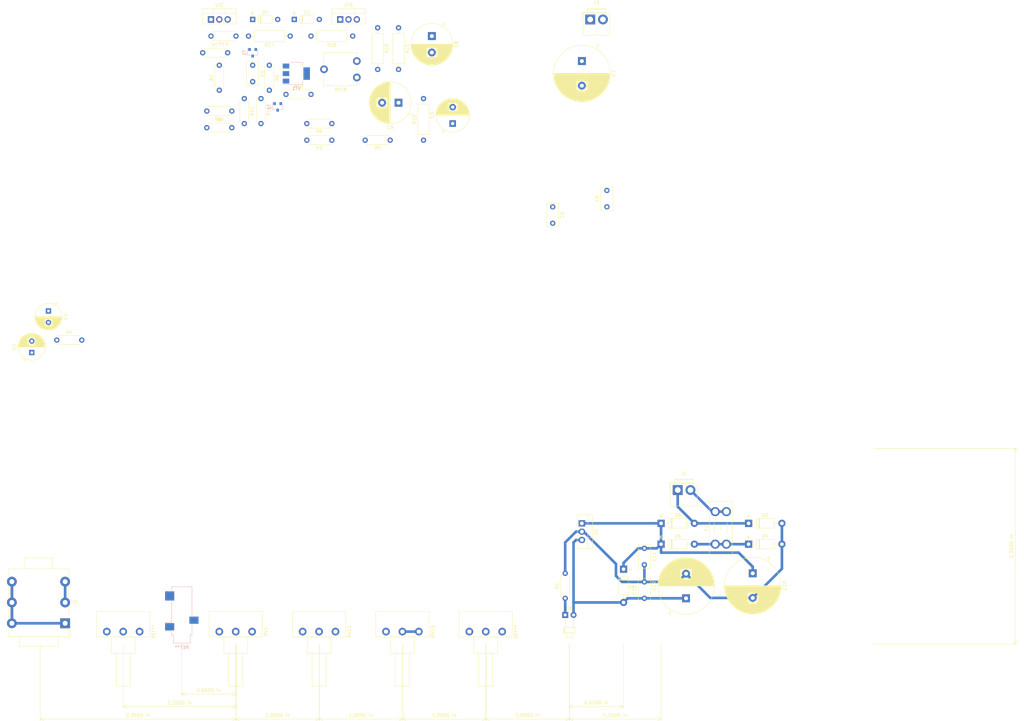
<source format=kicad_pcb>
(kicad_pcb (version 20171130) (host pcbnew 5.1.5+dfsg1-2build2)
  (layers (0 F.Cu signal) (31 B.Cu signal) (34 B.Paste user) (35 F.Paste user) (36 B.SilkS user) (37 F.SilkS user) (38 B.Mask user) (39 F.Mask user) (44 Edge.Cuts user))
  (net 0 "")
  (net 1 "Net-(C1-Pad2)")
  (net 2 "Net-(C1-Pad1)")
  (net 3 GND)
  (net 4 "Net-(C2-Pad1)")
  (net 5 "Net-(C3-Pad1)")
  (net 6 "Net-(C4-Pad1)")
  (net 7 "Net-(C5-Pad2)")
  (net 8 "Net-(C5-Pad1)")
  (net 9 "Net-(C6-Pad2)")
  (net 10 "Net-(C6-Pad1)")
  (net 11 "Net-(C7-Pad2)")
  (net 12 "Net-(C8-Pad1)")
  (net 13 "Net-(C9-Pad1)")
  (net 14 "Net-(C10-Pad1)")
  (net 15 18v)
  (net 16 "Net-(D1-Pad2)")
  (net 17 "Net-(D1-Pad1)")
  (net 18 "Net-(D2-Pad2)")
  (net 19 "Net-(D3-Pad1)")
  (net 20 "Net-(D4-Pad1)")
  (net 21 "Net-(J2-PadR1)")
  (net 22 "Net-(R6-Pad2)")
  (net 23 "Net-(R7-Pad2)")
  (net 24 "Net-(R8-Pad2)")
  (net 25 "Net-(R9-Pad1)")
  (net 26 "Net-(R10-Pad1)")
  (net 27 "Net-(R13-Pad1)")
  (net 28 "Net-(R16-Pad1)")
  (net 29 "Net-(R17-Pad2)")
  (net 30 "Net-(F1-Pad2)")
  (net 31 "Net-(D8-Pad1)")
  (net 32 "Net-(T1-Pad1)")
  (net 33 "Net-(T2-Pad1)")
  (module Capacitor_THT:CP_Radial_D17.0mm_P7.50mm (layer F.Cu) (at 374.65 138.43 90)
    (fp_text reference C12 (at 3.75 -9.75 90) (layer F.SilkS))
    (fp_text value 2200u)
    (pad 2 thru_hole circle (at 7.5 0 90) (size 2.4 2.4) (drill 1.2) (layers *.Cu *.Mask) (net 3 GND))
    (pad 1 thru_hole rect (at 0 0 90) (size 2.4 2.4) (drill 1.2) (layers *.Cu *.Mask) (net 15 18v))
  )
  (module Package_TO_SOT_THT:TO-220-3_Vertical (layer F.Cu) (at 342.9 115.57 270)
    (fp_text reference U1 (at 2.54 -4.27 90) (layer F.SilkS))
    (fp_text value L7818)
    (pad 3 thru_hole oval (at 5.08 0 270) (size 1.905 2) (drill 1.1) (layers *.Cu *.Mask) (net 15 18v))
    (pad 2 thru_hole oval (at 2.54 0 270) (size 1.905 2) (drill 1.1) (layers *.Cu *.Mask) (net 3 GND))
    (pad 1 thru_hole rect (at 0 0 270) (size 1.905 2) (drill 1.1) (layers *.Cu *.Mask) (net 14 "Net-(C10-Pad1)"))
  )
  (module Connector_Audio:Jack_3.5mm_CUI_SJ-3523-SMT_Horizontal (layer B.Cu) (at 220.98 143.51)
    (fp_text reference REF** (at 0 9.9) (layer B.SilkS) (effects (justify mirror)))
    (fp_text value Jack_3.5mm_CUI_SJ-3523-SMT_Horizontal)
    (pad "" np_thru_hole circle (at 0 -4.5) (size 1.7 1.7) (drill 1.7) (layers *.Cu *.Mask))
    (pad "" np_thru_hole circle (at 0 2.5) (size 1.7 1.7) (drill 1.7) (layers *.Cu *.Mask))
    (pad T smd rect (at -3.7 -5.8) (size 2.8 2.8) (layers B.Cu B.Paste B.Mask))
    (pad S smd rect (at -3.7 3.6) (size 2.8 2.2) (layers B.Cu B.Paste B.Mask))
    (pad R smd rect (at 3.7 1.6) (size 2.8 2.2) (layers B.Cu B.Paste B.Mask))
  )
  (module Potentiometer_THT:Potentiometer_Piher_T-16H_Single_Horizontal (layer F.Cu) (at 308.61 148.59 270)
    (fp_text reference REF** (at 0 -14.25 90) (layer F.SilkS))
    (fp_text value Potentiometer_Piher_T-16H_Single_Horizontal)
    (pad 3 thru_hole circle (at 0 -10 270) (size 2.34 2.34) (drill 1.3) (layers *.Cu *.Mask))
    (pad 2 thru_hole circle (at 0 -5 270) (size 2.34 2.34) (drill 1.3) (layers *.Cu *.Mask))
    (pad 1 thru_hole circle (at 0 0 270) (size 2.34 2.34) (drill 1.3) (layers *.Cu *.Mask))
  )
  (module Potentiometer_THT:Potentiometer_Piher_T-16H_Single_Horizontal (layer F.Cu) (at 198.12 148.59 270)
    (fp_text reference REF** (at 0 -14.25 90) (layer F.SilkS))
    (fp_text value Potentiometer_Piher_T-16H_Single_Horizontal)
    (pad 1 thru_hole circle (at 0 0 270) (size 2.34 2.34) (drill 1.3) (layers *.Cu *.Mask))
    (pad 2 thru_hole circle (at 0 -5 270) (size 2.34 2.34) (drill 1.3) (layers *.Cu *.Mask))
    (pad 3 thru_hole circle (at 0 -10 270) (size 2.34 2.34) (drill 1.3) (layers *.Cu *.Mask))
  )
  (module Resistor_THT:R_Axial_DIN0207_L6.3mm_D2.5mm_P7.62mm_Horizontal (layer F.Cu) (at 337.82 138.43 90)
    (fp_text reference R1 (at 3.81 -2.37 90) (layer F.SilkS))
    (fp_text value 800r)
    (pad 2 thru_hole oval (at 7.62 0 90) (size 1.6 1.6) (drill 0.8) (layers *.Cu *.Mask) (net 3 GND))
    (pad 1 thru_hole circle (at 0 0 90) (size 1.6 1.6) (drill 0.8) (layers *.Cu *.Mask) (net 31 "Net-(D8-Pad1)"))
  )
  (module LED_THT:LED_D1.8mm_W1.8mm_H2.4mm_Horizontal_O3.81mm_Z1.6mm (layer F.Cu) (at 337.82 143.51)
    (fp_text reference D8 (at 1.27 -1.96) (layer F.SilkS))
    (fp_text value LED)
    (pad 2 thru_hole circle (at 2.54 0) (size 1.8 1.8) (drill 0.9) (layers *.Cu *.Mask) (net 15 18v))
    (pad 1 thru_hole rect (at 0 0) (size 1.8 1.8) (drill 0.9) (layers *.Cu *.Mask) (net 31 "Net-(D8-Pad1)"))
  )
  (module Fuse:Fuseholder_Blade_Mini_Keystone_3568 (layer F.Cu) (at 383.54 121.92 90)
    (fp_text reference F1 (at 4.96 -2.67 90) (layer F.SilkS))
    (fp_text value Fuse)
    (pad 2 thru_hole circle (at 9.92 3.4 90) (size 2.78 2.78) (drill 1.78) (layers *.Cu *.Mask) (net 30 "Net-(F1-Pad2)"))
    (pad 2 thru_hole circle (at 9.92 0 90) (size 2.78 2.78) (drill 1.78) (layers *.Cu *.Mask) (net 30 "Net-(F1-Pad2)"))
    (pad 1 thru_hole circle (at 0 3.4 90) (size 2.78 2.78) (drill 1.78) (layers *.Cu *.Mask) (net 20 "Net-(D4-Pad1)"))
    (pad 1 thru_hole circle (at 0 0 90) (size 2.78 2.78) (drill 1.78) (layers *.Cu *.Mask) (net 20 "Net-(D4-Pad1)"))
  )
  (module Potentiometer_THT:Potentiometer_ACP_CA9-V10_Vertical (layer F.Cu) (at 274.32 -25.4 180)
    (fp_text reference RV18 (at 5 -8.65) (layer F.SilkS))
    (fp_text value 500r)
    (pad 1 thru_hole circle (at 0 0 180) (size 2.34 2.34) (drill 1.3) (layers *.Cu *.Mask) (net 18 "Net-(D2-Pad2)"))
    (pad 2 thru_hole circle (at 10 -2.5 180) (size 2.34 2.34) (drill 1.3) (layers *.Cu *.Mask) (net 18 "Net-(D2-Pad2)"))
    (pad 3 thru_hole circle (at 0 -5 180) (size 2.34 2.34) (drill 1.3) (layers *.Cu *.Mask) (net 17 "Net-(D1-Pad1)"))
  )
  (module Capacitor_THT:CP_Radial_D8.0mm_P3.50mm (layer F.Cu) (at 175.26 63.5 90)
    (fp_text reference C2 (at 1.75 -5.25 90) (layer F.SilkS))
    (fp_text value 47u)
    (pad 2 thru_hole circle (at 3.5 0 90) (size 1.6 1.6) (drill 0.8) (layers *.Cu *.Mask) (net 3 GND))
    (pad 1 thru_hole rect (at 0 0 90) (size 1.6 1.6) (drill 0.8) (layers *.Cu *.Mask) (net 4 "Net-(C2-Pad1)"))
  )
  (module Capacitor_THT:CP_Radial_D17.0mm_P7.50mm (layer F.Cu) (at 394.97 130.81 270)
    (fp_text reference C10 (at 3.75 -9.75 90) (layer F.SilkS))
    (fp_text value 2200u)
    (pad 2 thru_hole circle (at 7.5 0 270) (size 2.4 2.4) (drill 1.2) (layers *.Cu *.Mask) (net 3 GND))
    (pad 1 thru_hole rect (at 0 0 270) (size 2.4 2.4) (drill 1.2) (layers *.Cu *.Mask) (net 14 "Net-(C10-Pad1)"))
  )
  (module Package_TO_SOT_THT:TO-220-3_Vertical (layer F.Cu) (at 269.24 -38.1)
    (fp_text reference VT3 (at 2.54 -4.27) (layer F.SilkS))
    (fp_text value TIP31C)
    (pad 3 thru_hole oval (at 5.08 0) (size 1.905 2) (drill 1.1) (layers *.Cu *.Mask) (net 28 "Net-(R16-Pad1)"))
    (pad 2 thru_hole oval (at 2.54 0) (size 1.905 2) (drill 1.1) (layers *.Cu *.Mask) (net 15 18v))
    (pad 1 thru_hole rect (at 0 0) (size 1.905 2) (drill 1.1) (layers *.Cu *.Mask) (net 18 "Net-(D2-Pad2)"))
  )
  (module Package_TO_SOT_THT:TO-220-3_Vertical (layer F.Cu) (at 229.87 -38.1)
    (fp_text reference VT2 (at 2.54 -4.27) (layer F.SilkS))
    (fp_text value TIP32C)
    (pad 3 thru_hole oval (at 5.08 0) (size 1.905 2) (drill 1.1) (layers *.Cu *.Mask) (net 29 "Net-(R17-Pad2)"))
    (pad 2 thru_hole oval (at 2.54 0) (size 1.905 2) (drill 1.1) (layers *.Cu *.Mask) (net 3 GND))
    (pad 1 thru_hole rect (at 0 0) (size 1.905 2) (drill 1.1) (layers *.Cu *.Mask) (net 17 "Net-(D1-Pad1)"))
  )
  (module Package_TO_SOT_SMD:SOT-223 (layer B.Cu) (at 255.88 -21.59)
    (fp_text reference VT1 (at 0 4.5) (layer B.SilkS) (effects (justify mirror)))
    (fp_text value BCP56)
    (pad 1 smd rect (at -3.15 2.3) (size 2 1.5) (layers B.Cu B.Paste B.Mask) (net 25 "Net-(R9-Pad1)"))
    (pad 3 smd rect (at -3.15 -2.3) (size 2 1.5) (layers B.Cu B.Paste B.Mask) (net 27 "Net-(R13-Pad1)"))
    (pad 2 smd rect (at -3.15 0) (size 2 1.5) (layers B.Cu B.Paste B.Mask) (net 17 "Net-(D1-Pad1)"))
    (pad 4 smd rect (at 3.15 0) (size 2 3.8) (layers B.Cu B.Paste B.Mask) (net 17 "Net-(D1-Pad1)"))
  )
  (module Package_TO_SOT_SMD:SOT-23 (layer B.Cu) (at 250.19 -11.43 270)
    (fp_text reference T2 (at 0 2.5 270) (layer B.SilkS) (effects (justify mirror)))
    (fp_text value J177)
    (pad 3 smd rect (at 1 0 270) (size 0.9 0.8) (layers B.Cu B.Paste B.Mask) (net 26 "Net-(R10-Pad1)"))
    (pad 2 smd rect (at -1 -0.95 270) (size 0.9 0.8) (layers B.Cu B.Paste B.Mask) (net 3 GND))
    (pad 1 smd rect (at -1 0.95 270) (size 0.9 0.8) (layers B.Cu B.Paste B.Mask) (net 33 "Net-(T2-Pad1)"))
  )
  (module Package_TO_SOT_SMD:SOT-23 (layer B.Cu) (at 242.57 -27.94 270)
    (fp_text reference T1 (at 0 2.5 270) (layer B.SilkS) (effects (justify mirror)))
    (fp_text value J177)
    (pad 3 smd rect (at 1 0 270) (size 0.9 0.8) (layers B.Cu B.Paste B.Mask) (net 2 "Net-(C1-Pad1)"))
    (pad 2 smd rect (at -1 -0.95 270) (size 0.9 0.8) (layers B.Cu B.Paste B.Mask) (net 25 "Net-(R9-Pad1)"))
    (pad 1 smd rect (at -1 0.95 270) (size 0.9 0.8) (layers B.Cu B.Paste B.Mask) (net 32 "Net-(T1-Pad1)"))
  )
  (module Potentiometer_THT:Potentiometer_Piher_T-16H_Single_Horizontal (layer F.Cu) (at 283.21 148.59 270)
    (fp_text reference RV15 (at 0 -14.25 90) (layer F.SilkS))
    (fp_text value 500k/A)
    (pad 1 thru_hole circle (at 0 0 270) (size 2.34 2.34) (drill 1.3) (layers *.Cu *.Mask) (net 10 "Net-(C6-Pad1)"))
    (pad 2 thru_hole circle (at 0 -5 270) (size 2.34 2.34) (drill 1.3) (layers *.Cu *.Mask) (net 9 "Net-(C6-Pad2)"))
    (pad 3 thru_hole circle (at 0 -10 270) (size 2.34 2.34) (drill 1.3) (layers *.Cu *.Mask) (net 9 "Net-(C6-Pad2)"))
  )
  (module Potentiometer_THT:Potentiometer_Piher_T-16H_Single_Horizontal (layer F.Cu) (at 257.81 148.59 270)
    (fp_text reference RV12 (at 0 -14.25 90) (layer F.SilkS))
    (fp_text value 25k/C)
    (pad 1 thru_hole circle (at 0 0 270) (size 2.34 2.34) (drill 1.3) (layers *.Cu *.Mask) (net 7 "Net-(C5-Pad2)"))
    (pad 2 thru_hole circle (at 0 -5 270) (size 2.34 2.34) (drill 1.3) (layers *.Cu *.Mask) (net 3 GND))
    (pad 3 thru_hole circle (at 0 -10 270) (size 2.34 2.34) (drill 1.3) (layers *.Cu *.Mask) (net 3 GND))
  )
  (module Potentiometer_THT:Potentiometer_Piher_T-16H_Single_Horizontal (layer F.Cu) (at 232.41 148.59 270)
    (fp_text reference RV1 (at 0 -14.25 90) (layer F.SilkS))
    (fp_text value 500k/A)
    (pad 1 thru_hole circle (at 0 0 270) (size 2.34 2.34) (drill 1.3) (layers *.Cu *.Mask) (net 21 "Net-(J2-PadR1)"))
    (pad 2 thru_hole circle (at 0 -5 270) (size 2.34 2.34) (drill 1.3) (layers *.Cu *.Mask) (net 1 "Net-(C1-Pad2)"))
    (pad 3 thru_hole circle (at 0 -10 270) (size 2.34 2.34) (drill 1.3) (layers *.Cu *.Mask) (net 3 GND))
  )
  (module Resistor_THT:R_Axial_DIN0309_L9.0mm_D3.2mm_P12.70mm_Horizontal (layer F.Cu) (at 294.64 -1.27 90)
    (fp_text reference R22 (at 6.35 -2.72 90) (layer F.SilkS))
    (fp_text value 20r/0.5w)
    (pad 2 thru_hole oval (at 12.7 0 90) (size 1.6 1.6) (drill 0.8) (layers *.Cu *.Mask) (net 13 "Net-(C9-Pad1)"))
    (pad 1 thru_hole circle (at 0 0 90) (size 1.6 1.6) (drill 0.8) (layers *.Cu *.Mask) (net 15 18v))
  )
  (module Resistor_THT:R_Axial_DIN0309_L9.0mm_D3.2mm_P12.70mm_Horizontal (layer F.Cu) (at 287.02 -35.56 270)
    (fp_text reference R21 (at 6.35 -2.72 90) (layer F.SilkS))
    (fp_text value 100r/0.5w)
    (pad 2 thru_hole oval (at 12.7 0 270) (size 1.6 1.6) (drill 0.8) (layers *.Cu *.Mask) (net 13 "Net-(C9-Pad1)"))
    (pad 1 thru_hole circle (at 0 0 270) (size 1.6 1.6) (drill 0.8) (layers *.Cu *.Mask) (net 12 "Net-(C8-Pad1)"))
  )
  (module Resistor_THT:R_Axial_DIN0309_L9.0mm_D3.2mm_P12.70mm_Horizontal (layer F.Cu) (at 280.67 -35.56 270)
    (fp_text reference R20 (at 6.35 -2.72 90) (layer F.SilkS))
    (fp_text value 120r/0.5w)
    (pad 2 thru_hole oval (at 12.7 0 270) (size 1.6 1.6) (drill 0.8) (layers *.Cu *.Mask) (net 18 "Net-(D2-Pad2)"))
    (pad 1 thru_hole circle (at 0 0 270) (size 1.6 1.6) (drill 0.8) (layers *.Cu *.Mask) (net 12 "Net-(C8-Pad1)"))
  )
  (module Resistor_THT:R_Axial_DIN0207_L6.3mm_D2.5mm_P7.62mm_Horizontal (layer F.Cu) (at 237.49 -33.02 180)
    (fp_text reference R19 (at 3.81 -2.37) (layer F.SilkS))
    (fp_text value 1k)
    (pad 2 thru_hole oval (at 7.62 0 180) (size 1.6 1.6) (drill 0.8) (layers *.Cu *.Mask) (net 17 "Net-(D1-Pad1)"))
    (pad 1 thru_hole circle (at 0 0 180) (size 1.6 1.6) (drill 0.8) (layers *.Cu *.Mask) (net 18 "Net-(D2-Pad2)"))
  )
  (module Resistor_THT:R_Axial_DIN0309_L9.0mm_D3.2mm_P12.70mm_Horizontal (layer F.Cu) (at 254 -33.02 180)
    (fp_text reference R17 (at 6.35 -2.72) (layer F.SilkS))
    (fp_text value 0.24r/0.5w)
    (pad 2 thru_hole oval (at 12.7 0 180) (size 1.6 1.6) (drill 0.8) (layers *.Cu *.Mask) (net 29 "Net-(R17-Pad2)"))
    (pad 1 thru_hole circle (at 0 0 180) (size 1.6 1.6) (drill 0.8) (layers *.Cu *.Mask) (net 9 "Net-(C6-Pad2)"))
  )
  (module Resistor_THT:R_Axial_DIN0309_L9.0mm_D3.2mm_P12.70mm_Horizontal (layer F.Cu) (at 273.05 -33.02 180)
    (fp_text reference R16 (at 6.35 -2.72) (layer F.SilkS))
    (fp_text value 0.24r/0.5w)
    (pad 2 thru_hole oval (at 12.7 0 180) (size 1.6 1.6) (drill 0.8) (layers *.Cu *.Mask) (net 9 "Net-(C6-Pad2)"))
    (pad 1 thru_hole circle (at 0 0 180) (size 1.6 1.6) (drill 0.8) (layers *.Cu *.Mask) (net 28 "Net-(R16-Pad1)"))
  )
  (module Resistor_THT:R_Axial_DIN0207_L6.3mm_D2.5mm_P7.62mm_Horizontal (layer F.Cu) (at 245.11 -13.97 270)
    (fp_text reference R14 (at 3.81 -2.37 90) (layer F.SilkS))
    (fp_text value 47k)
    (pad 2 thru_hole oval (at 7.62 0 270) (size 1.6 1.6) (drill 0.8) (layers *.Cu *.Mask) (net 10 "Net-(C6-Pad1)"))
    (pad 1 thru_hole circle (at 0 0 270) (size 1.6 1.6) (drill 0.8) (layers *.Cu *.Mask) (net 26 "Net-(R10-Pad1)"))
  )
  (module Resistor_THT:R_Axial_DIN0207_L6.3mm_D2.5mm_P7.62mm_Horizontal (layer F.Cu) (at 252.73 -15.24)
    (fp_text reference R13 (at 3.81 -2.37) (layer F.SilkS))
    (fp_text value 3r)
    (pad 2 thru_hole oval (at 7.62 0) (size 1.6 1.6) (drill 0.8) (layers *.Cu *.Mask) (net 3 GND))
    (pad 1 thru_hole circle (at 0 0) (size 1.6 1.6) (drill 0.8) (layers *.Cu *.Mask) (net 27 "Net-(R13-Pad1)"))
  )
  (module Resistor_THT:R_Axial_DIN0207_L6.3mm_D2.5mm_P7.62mm_Horizontal (layer F.Cu) (at 240.03 -13.97 270)
    (fp_text reference R11 (at 3.81 -2.37 90) (layer F.SilkS))
    (fp_text value 430r)
    (pad 2 thru_hole oval (at 7.62 0 270) (size 1.6 1.6) (drill 0.8) (layers *.Cu *.Mask) (net 8 "Net-(C5-Pad1)"))
    (pad 1 thru_hole circle (at 0 0 270) (size 1.6 1.6) (drill 0.8) (layers *.Cu *.Mask) (net 26 "Net-(R10-Pad1)"))
  )
  (module Resistor_THT:R_Axial_DIN0207_L6.3mm_D2.5mm_P7.62mm_Horizontal (layer F.Cu) (at 236.22 -10.16 180)
    (fp_text reference R10 (at 3.81 -2.37) (layer F.SilkS))
    (fp_text value 2.2k)
    (pad 2 thru_hole oval (at 7.62 0 180) (size 1.6 1.6) (drill 0.8) (layers *.Cu *.Mask) (net 6 "Net-(C4-Pad1)"))
    (pad 1 thru_hole circle (at 0 0 180) (size 1.6 1.6) (drill 0.8) (layers *.Cu *.Mask) (net 26 "Net-(R10-Pad1)"))
  )
  (module Resistor_THT:R_Axial_DIN0207_L6.3mm_D2.5mm_P7.62mm_Horizontal (layer F.Cu) (at 247.65 -24.13 270)
    (fp_text reference R9 (at 3.81 -2.37 90) (layer F.SilkS))
    (fp_text value 240r)
    (pad 2 thru_hole oval (at 7.62 0 270) (size 1.6 1.6) (drill 0.8) (layers *.Cu *.Mask) (net 3 GND))
    (pad 1 thru_hole circle (at 0 0 270) (size 1.6 1.6) (drill 0.8) (layers *.Cu *.Mask) (net 25 "Net-(R9-Pad1)"))
  )
  (module Resistor_THT:R_Axial_DIN0207_L6.3mm_D2.5mm_P7.62mm_Horizontal (layer F.Cu) (at 228.6 -5.08)
    (fp_text reference R8 (at 3.81 -2.37) (layer F.SilkS))
    (fp_text value 240r)
    (pad 2 thru_hole oval (at 7.62 0) (size 1.6 1.6) (drill 0.8) (layers *.Cu *.Mask) (net 24 "Net-(R8-Pad2)"))
    (pad 1 thru_hole circle (at 0 0) (size 1.6 1.6) (drill 0.8) (layers *.Cu *.Mask) (net 22 "Net-(R6-Pad2)"))
  )
  (module Resistor_THT:R_Axial_DIN0207_L6.3mm_D2.5mm_P7.62mm_Horizontal (layer F.Cu) (at 227.33 -27.94)
    (fp_text reference R7 (at 3.81 -2.37) (layer F.SilkS))
    (fp_text value 240r)
    (pad 2 thru_hole oval (at 7.62 0) (size 1.6 1.6) (drill 0.8) (layers *.Cu *.Mask) (net 23 "Net-(R7-Pad2)"))
    (pad 1 thru_hole circle (at 0 0) (size 1.6 1.6) (drill 0.8) (layers *.Cu *.Mask) (net 22 "Net-(R6-Pad2)"))
  )
  (module Resistor_THT:R_Axial_DIN0207_L6.3mm_D2.5mm_P7.62mm_Horizontal (layer F.Cu) (at 266.7 -6.35 180)
    (fp_text reference R6 (at 3.81 -2.37) (layer F.SilkS))
    (fp_text value 1k)
    (pad 2 thru_hole oval (at 7.62 0 180) (size 1.6 1.6) (drill 0.8) (layers *.Cu *.Mask) (net 22 "Net-(R6-Pad2)"))
    (pad 1 thru_hole circle (at 0 0 180) (size 1.6 1.6) (drill 0.8) (layers *.Cu *.Mask) (net 5 "Net-(C3-Pad1)"))
  )
  (module Resistor_THT:R_Axial_DIN0207_L6.3mm_D2.5mm_P7.62mm_Horizontal (layer F.Cu) (at 284.48 -1.27 180)
    (fp_text reference R5 (at 3.81 -2.37) (layer F.SilkS))
    (fp_text value 200r)
    (pad 2 thru_hole oval (at 7.62 0 180) (size 1.6 1.6) (drill 0.8) (layers *.Cu *.Mask) (net 5 "Net-(C3-Pad1)"))
    (pad 1 thru_hole circle (at 0 0 180) (size 1.6 1.6) (drill 0.8) (layers *.Cu *.Mask) (net 15 18v))
  )
  (module Resistor_THT:R_Axial_DIN0207_L6.3mm_D2.5mm_P7.62mm_Horizontal (layer F.Cu) (at 182.88 59.69)
    (fp_text reference R4 (at 3.81 -2.37) (layer F.SilkS))
    (fp_text value 15k)
    (pad 2 thru_hole oval (at 7.62 0) (size 1.6 1.6) (drill 0.8) (layers *.Cu *.Mask) (net 3 GND))
    (pad 1 thru_hole circle (at 0 0) (size 1.6 1.6) (drill 0.8) (layers *.Cu *.Mask) (net 4 "Net-(C2-Pad1)"))
  )
  (module Resistor_THT:R_Axial_DIN0207_L6.3mm_D2.5mm_P7.62mm_Horizontal (layer F.Cu) (at 266.7 -1.27 180)
    (fp_text reference R3 (at 3.81 -2.37) (layer F.SilkS))
    (fp_text value 12k)
    (pad 2 thru_hole oval (at 7.62 0 180) (size 1.6 1.6) (drill 0.8) (layers *.Cu *.Mask) (net 4 "Net-(C2-Pad1)"))
    (pad 1 thru_hole circle (at 0 0 180) (size 1.6 1.6) (drill 0.8) (layers *.Cu *.Mask) (net 5 "Net-(C3-Pad1)"))
  )
  (module Resistor_THT:R_Axial_DIN0207_L6.3mm_D2.5mm_P7.62mm_Horizontal (layer F.Cu) (at 232.41 -16.51 90)
    (fp_text reference R2 (at 3.81 -2.37 90) (layer F.SilkS))
    (fp_text value 3m)
    (pad 2 thru_hole oval (at 7.62 0 90) (size 1.6 1.6) (drill 0.8) (layers *.Cu *.Mask) (net 2 "Net-(C1-Pad1)"))
    (pad 1 thru_hole circle (at 0 0 90) (size 1.6 1.6) (drill 0.8) (layers *.Cu *.Mask) (net 4 "Net-(C2-Pad1)"))
  )
  (module Connector:JWT_A3963_1x02_P3.96mm_Vertical (layer F.Cu) (at 345.44 -38.1)
    (fp_text reference J3 (at 1.91 -5.08) (layer F.SilkS))
    (fp_text value Conn_01x02_Male)
    (pad 2 thru_hole circle (at 3.88 0) (size 3 3) (drill 1.75) (layers *.Cu *.Mask) (net 11 "Net-(C7-Pad2)"))
    (pad 1 thru_hole rect (at 0 0) (size 3 3) (drill 1.75) (layers *.Cu *.Mask) (net 3 GND))
  )
  (module Custom:Jack_3.5mm_Neutrik_NMJ6HCD2_Horizontal (layer F.Cu) (at 185.42 133.35 270)
    (fp_text reference J2 (at 6.35 -3 90) (layer F.SilkS))
    (fp_text value AudioJack2_Ground)
    (pad RN1 thru_hole circle (at 6.35 16.23 270) (size 3 3) (drill 1.5) (layers *.Cu *.Mask) (net 3 GND))
    (pad TN1 thru_hole circle (at 0 16.23 270) (size 3 3) (drill 1.5) (layers *.Cu *.Mask) (net 3 GND))
    (pad SN1 thru_hole circle (at 12.7 16.23 270) (size 3 3) (drill 1.5) (layers *.Cu *.Mask) (net 3 GND))
    (pad R1 thru_hole circle (at 6.35 0 270) (size 3 3) (drill 1.5) (layers *.Cu *.Mask) (net 21 "Net-(J2-PadR1)"))
    (pad T1 thru_hole circle (at 0 0 270) (size 3 3) (drill 1.5) (layers *.Cu *.Mask) (net 21 "Net-(J2-PadR1)"))
    (pad S1 thru_hole rect (at 12.7 0 270) (size 3 3) (drill 1.5) (layers *.Cu *.Mask) (net 3 GND))
  )
  (module Connector:JWT_A3963_1x02_P3.96mm_Vertical (layer F.Cu) (at 372.11 105.41)
    (fp_text reference J1 (at 1.91 -5.08) (layer F.SilkS))
    (fp_text value Conn_01x02_Male)
    (pad 2 thru_hole circle (at 3.88 0) (size 3 3) (drill 1.75) (layers *.Cu *.Mask) (net 30 "Net-(F1-Pad2)"))
    (pad 1 thru_hole rect (at 0 0) (size 3 3) (drill 1.75) (layers *.Cu *.Mask) (net 19 "Net-(D3-Pad1)"))
  )
  (module Diode_THT:D_DO-41_SOD81_P10.16mm_Horizontal (layer F.Cu) (at 355.6 129.54 270)
    (fp_text reference D7 (at 5.08 -2.47 90) (layer F.SilkS))
    (fp_text value 1N4007)
    (fp_text user K (at 0 -2.1 90) (layer F.SilkS))
    (pad 2 thru_hole oval (at 10.16 0 270) (size 2.2 2.2) (drill 1.1) (layers *.Cu *.Mask) (net 15 18v))
    (pad 1 thru_hole rect (at 0 0 270) (size 2.2 2.2) (drill 1.1) (layers *.Cu *.Mask) (net 14 "Net-(C10-Pad1)"))
  )
  (module Diode_THT:D_DO-41_SOD81_P10.16mm_Horizontal (layer F.Cu) (at 367.03 121.92)
    (fp_text reference D6 (at 5.08 -2.47) (layer F.SilkS))
    (fp_text value 1N4007)
    (fp_text user K (at 0 -2.1) (layer F.SilkS))
    (pad 2 thru_hole oval (at 10.16 0) (size 2.2 2.2) (drill 1.1) (layers *.Cu *.Mask) (net 20 "Net-(D4-Pad1)"))
    (pad 1 thru_hole rect (at 0 0) (size 2.2 2.2) (drill 1.1) (layers *.Cu *.Mask) (net 14 "Net-(C10-Pad1)"))
  )
  (module Diode_THT:D_DO-41_SOD81_P10.16mm_Horizontal (layer F.Cu) (at 367.03 115.57)
    (fp_text reference D5 (at 5.08 -2.47) (layer F.SilkS))
    (fp_text value 1N4007)
    (fp_text user K (at 0 -2.1) (layer F.SilkS))
    (pad 2 thru_hole oval (at 10.16 0) (size 2.2 2.2) (drill 1.1) (layers *.Cu *.Mask) (net 19 "Net-(D3-Pad1)"))
    (pad 1 thru_hole rect (at 0 0) (size 2.2 2.2) (drill 1.1) (layers *.Cu *.Mask) (net 14 "Net-(C10-Pad1)"))
  )
  (module Diode_THT:D_DO-41_SOD81_P10.16mm_Horizontal (layer F.Cu) (at 393.7 121.92)
    (fp_text reference D4 (at 5.08 -2.47) (layer F.SilkS))
    (fp_text value 1N4007)
    (fp_text user K (at 0 -2.1) (layer F.SilkS))
    (pad 2 thru_hole oval (at 10.16 0) (size 2.2 2.2) (drill 1.1) (layers *.Cu *.Mask) (net 3 GND))
    (pad 1 thru_hole rect (at 0 0) (size 2.2 2.2) (drill 1.1) (layers *.Cu *.Mask) (net 20 "Net-(D4-Pad1)"))
  )
  (module Diode_THT:D_DO-41_SOD81_P10.16mm_Horizontal (layer F.Cu) (at 393.7 115.57)
    (fp_text reference D3 (at 5.08 -2.47) (layer F.SilkS))
    (fp_text value 1N4007)
    (fp_text user K (at 0 -2.1) (layer F.SilkS))
    (pad 2 thru_hole oval (at 10.16 0) (size 2.2 2.2) (drill 1.1) (layers *.Cu *.Mask) (net 3 GND))
    (pad 1 thru_hole rect (at 0 0) (size 2.2 2.2) (drill 1.1) (layers *.Cu *.Mask) (net 19 "Net-(D3-Pad1)"))
  )
  (module Diode_THT:D_DO-35_SOD27_P7.62mm_Horizontal (layer F.Cu) (at 255.27 -38.1)
    (fp_text reference D2 (at 3.81 -2.12) (layer F.SilkS))
    (fp_text value 1N4148)
    (fp_text user K (at 0 -1.8) (layer F.SilkS))
    (pad 2 thru_hole oval (at 7.62 0) (size 1.6 1.6) (drill 0.8) (layers *.Cu *.Mask) (net 18 "Net-(D2-Pad2)"))
    (pad 1 thru_hole rect (at 0 0) (size 1.6 1.6) (drill 0.8) (layers *.Cu *.Mask) (net 16 "Net-(D1-Pad2)"))
  )
  (module Diode_THT:D_DO-35_SOD27_P7.62mm_Horizontal (layer F.Cu) (at 242.57 -38.1)
    (fp_text reference D1 (at 3.81 -2.12) (layer F.SilkS))
    (fp_text value 1N4148)
    (fp_text user K (at 0 -1.8) (layer F.SilkS))
    (pad 2 thru_hole oval (at 7.62 0) (size 1.6 1.6) (drill 0.8) (layers *.Cu *.Mask) (net 16 "Net-(D1-Pad2)"))
    (pad 1 thru_hole rect (at 0 0) (size 1.6 1.6) (drill 0.8) (layers *.Cu *.Mask) (net 17 "Net-(D1-Pad1)"))
  )
  (module Capacitor_THT:C_Rect_L7.0mm_W3.5mm_P5.00mm (layer F.Cu) (at 361.95 138.43 90)
    (fp_text reference C13 (at 2.5 -3 90) (layer F.SilkS))
    (fp_text value 100n)
    (pad 2 thru_hole circle (at 5 0 90) (size 1.6 1.6) (drill 0.8) (layers *.Cu *.Mask) (net 3 GND))
    (pad 1 thru_hole circle (at 0 0 90) (size 1.6 1.6) (drill 0.8) (layers *.Cu *.Mask) (net 15 18v))
  )
  (module Capacitor_THT:C_Rect_L7.0mm_W3.5mm_P5.00mm (layer F.Cu) (at 361.95 123.19 270)
    (fp_text reference C11 (at 2.5 -3 90) (layer F.SilkS))
    (fp_text value 220n)
    (pad 2 thru_hole circle (at 5 0 270) (size 1.6 1.6) (drill 0.8) (layers *.Cu *.Mask) (net 3 GND))
    (pad 1 thru_hole circle (at 0 0 270) (size 1.6 1.6) (drill 0.8) (layers *.Cu *.Mask) (net 14 "Net-(C10-Pad1)"))
  )
  (module Capacitor_THT:CP_Radial_D12.5mm_P5.00mm (layer F.Cu) (at 287.02 -12.7 180)
    (fp_text reference C9 (at 2.5 -7.5) (layer F.SilkS))
    (fp_text value 1000u)
    (pad 2 thru_hole circle (at 5 0 180) (size 2.4 2.4) (drill 1.2) (layers *.Cu *.Mask) (net 3 GND))
    (pad 1 thru_hole rect (at 0 0 180) (size 2.4 2.4) (drill 1.2) (layers *.Cu *.Mask) (net 13 "Net-(C9-Pad1)"))
  )
  (module Capacitor_THT:CP_Radial_D12.5mm_P5.00mm (layer F.Cu) (at 297.18 -33.02 270)
    (fp_text reference C8 (at 2.5 -7.5 90) (layer F.SilkS))
    (fp_text value 1000u)
    (pad 2 thru_hole circle (at 5 0 270) (size 2.4 2.4) (drill 1.2) (layers *.Cu *.Mask) (net 9 "Net-(C6-Pad2)"))
    (pad 1 thru_hole rect (at 0 0 270) (size 2.4 2.4) (drill 1.2) (layers *.Cu *.Mask) (net 12 "Net-(C8-Pad1)"))
  )
  (module Capacitor_THT:CP_Radial_D17.0mm_P7.50mm (layer F.Cu) (at 342.9 -25.4 270)
    (fp_text reference C7 (at 3.75 -9.75 90) (layer F.SilkS))
    (fp_text value 2200u)
    (pad 2 thru_hole circle (at 7.5 0 270) (size 2.4 2.4) (drill 1.2) (layers *.Cu *.Mask) (net 11 "Net-(C7-Pad2)"))
    (pad 1 thru_hole rect (at 0 0 270) (size 2.4 2.4) (drill 1.2) (layers *.Cu *.Mask) (net 9 "Net-(C6-Pad2)"))
  )
  (module Capacitor_THT:C_Rect_L7.0mm_W3.5mm_P5.00mm (layer F.Cu) (at 350.52 19.05 90)
    (fp_text reference C6 (at 2.5 -3 90) (layer F.SilkS))
    (fp_text value 10n)
    (pad 2 thru_hole circle (at 5 0 90) (size 1.6 1.6) (drill 0.8) (layers *.Cu *.Mask) (net 9 "Net-(C6-Pad2)"))
    (pad 1 thru_hole circle (at 0 0 90) (size 1.6 1.6) (drill 0.8) (layers *.Cu *.Mask) (net 10 "Net-(C6-Pad1)"))
  )
  (module Capacitor_THT:C_Rect_L7.0mm_W3.5mm_P5.00mm (layer F.Cu) (at 334.01 19.05 270)
    (fp_text reference C5 (at 2.5 -3 90) (layer F.SilkS))
    (fp_text value 68n)
    (pad 2 thru_hole circle (at 5 0 270) (size 1.6 1.6) (drill 0.8) (layers *.Cu *.Mask) (net 7 "Net-(C5-Pad2)"))
    (pad 1 thru_hole circle (at 0 0 270) (size 1.6 1.6) (drill 0.8) (layers *.Cu *.Mask) (net 8 "Net-(C5-Pad1)"))
  )
  (module Capacitor_THT:CP_Radial_D8.0mm_P3.50mm (layer F.Cu) (at 180.34 50.8 270)
    (fp_text reference C4 (at 1.75 -5.25 90) (layer F.SilkS))
    (fp_text value 47u)
    (pad 2 thru_hole circle (at 3.5 0 270) (size 1.6 1.6) (drill 0.8) (layers *.Cu *.Mask) (net 3 GND))
    (pad 1 thru_hole rect (at 0 0 270) (size 1.6 1.6) (drill 0.8) (layers *.Cu *.Mask) (net 6 "Net-(C4-Pad1)"))
  )
  (module Capacitor_THT:CP_Radial_D10.0mm_P5.00mm (layer F.Cu) (at 303.53 -6.35 90)
    (fp_text reference C3 (at 2.5 -6.25 90) (layer F.SilkS))
    (fp_text value 470u)
    (pad 2 thru_hole circle (at 5 0 90) (size 2 2) (drill 1) (layers *.Cu *.Mask) (net 3 GND))
    (pad 1 thru_hole rect (at 0 0 90) (size 2 2) (drill 1) (layers *.Cu *.Mask) (net 5 "Net-(C3-Pad1)"))
  )
  (module Capacitor_THT:C_Rect_L7.0mm_W3.5mm_P5.00mm (layer F.Cu) (at 242.57 -24.13 270)
    (fp_text reference C1 (at 2.5 -3 90) (layer F.SilkS))
    (fp_text value 47n)
    (pad 2 thru_hole circle (at 5 0 270) (size 1.6 1.6) (drill 0.8) (layers *.Cu *.Mask) (net 1 "Net-(C1-Pad2)"))
    (pad 1 thru_hole circle (at 0 0 270) (size 1.6 1.6) (drill 0.8) (layers *.Cu *.Mask) (net 2 "Net-(C1-Pad1)"))
  )
  (dimension 59.69 (width 0.12) (layer F.SilkS) (gr_text "59,690 mm" (at 476.25 122.555 90) (layer F.SilkS) (effects (font (size 1 1) (thickness 0.15)))) (feature1 (pts (xy 431.8 92.71) (xy 475.566421 92.71))) (feature2 (pts (xy 431.8 152.4) (xy 475.566421 152.4))) (crossbar (pts (xy 474.98 152.4) (xy 474.98 92.71))) (arrow1a (pts (xy 474.98 92.71) (xy 475.566421 93.836504))) (arrow1b (pts (xy 474.98 92.71) (xy 474.393579 93.836504))) (arrow2a (pts (xy 474.98 152.4) (xy 475.566421 151.273496))) (arrow2b (pts (xy 474.98 152.4) (xy 474.393579 151.273496))))
  (dimension 27.94 (width 0.12) (layer F.SilkS) (gr_text "27,940 mm" (at 353.06 176.53) (layer F.SilkS) (effects (font (size 1 1) (thickness 0.15)))) (feature1 (pts (xy 367.03 152.4) (xy 367.03 175.846421))) (feature2 (pts (xy 339.09 152.4) (xy 339.09 175.846421))) (crossbar (pts (xy 339.09 175.26) (xy 367.03 175.26))) (arrow1a (pts (xy 367.03 175.26) (xy 365.903496 175.846421))) (arrow1b (pts (xy 367.03 175.26) (xy 365.903496 174.673579))) (arrow2a (pts (xy 339.09 175.26) (xy 340.216504 175.846421))) (arrow2b (pts (xy 339.09 175.26) (xy 340.216504 174.673579))))
  (dimension 16.51 (width 0.12) (layer F.SilkS) (gr_text "16,510 mm" (at 347.345 172.72) (layer F.SilkS) (effects (font (size 1 1) (thickness 0.15)))) (feature1 (pts (xy 355.6 152.4) (xy 355.6 172.036421))) (feature2 (pts (xy 339.09 152.4) (xy 339.09 172.036421))) (crossbar (pts (xy 339.09 171.45) (xy 355.6 171.45))) (arrow1a (pts (xy 355.6 171.45) (xy 354.473496 172.036421))) (arrow1b (pts (xy 355.6 171.45) (xy 354.473496 170.863579))) (arrow2a (pts (xy 339.09 171.45) (xy 340.216504 172.036421))) (arrow2b (pts (xy 339.09 171.45) (xy 340.216504 170.863579))))
  (dimension 25.4 (width 0.12) (layer F.SilkS) (gr_text "25,400 mm" (at 326.39 176.53) (layer F.SilkS) (effects (font (size 1 1) (thickness 0.15)))) (feature1 (pts (xy 313.69 152.4) (xy 313.69 175.846421))) (feature2 (pts (xy 339.09 152.4) (xy 339.09 175.846421))) (crossbar (pts (xy 339.09 175.26) (xy 313.69 175.26))) (arrow1a (pts (xy 313.69 175.26) (xy 314.816504 174.673579))) (arrow1b (pts (xy 313.69 175.26) (xy 314.816504 175.846421))) (arrow2a (pts (xy 339.09 175.26) (xy 337.963496 174.673579))) (arrow2b (pts (xy 339.09 175.26) (xy 337.963496 175.846421))))
  (dimension 25.4 (width 0.12) (layer F.SilkS) (gr_text "25,400 mm" (at 300.99 176.53) (layer F.SilkS) (effects (font (size 1 1) (thickness 0.15)))) (feature1 (pts (xy 288.29 152.4) (xy 288.29 175.846421))) (feature2 (pts (xy 313.69 152.4) (xy 313.69 175.846421))) (crossbar (pts (xy 313.69 175.26) (xy 288.29 175.26))) (arrow1a (pts (xy 288.29 175.26) (xy 289.416504 174.673579))) (arrow1b (pts (xy 288.29 175.26) (xy 289.416504 175.846421))) (arrow2a (pts (xy 313.69 175.26) (xy 312.563496 174.673579))) (arrow2b (pts (xy 313.69 175.26) (xy 312.563496 175.846421))))
  (dimension 16.51 (width 0.12) (layer F.SilkS) (gr_text "16,510 mm" (at 229.235 168.91) (layer F.SilkS) (effects (font (size 1 1) (thickness 0.15)))) (feature1 (pts (xy 220.98 152.4) (xy 220.98 168.226421))) (feature2 (pts (xy 237.49 152.4) (xy 237.49 168.226421))) (crossbar (pts (xy 237.49 167.64) (xy 220.98 167.64))) (arrow1a (pts (xy 220.98 167.64) (xy 222.106504 167.053579))) (arrow1b (pts (xy 220.98 167.64) (xy 222.106504 168.226421))) (arrow2a (pts (xy 237.49 167.64) (xy 236.363496 167.053579))) (arrow2b (pts (xy 237.49 167.64) (xy 236.363496 168.226421))))
  (dimension 34.29 (width 0.12) (layer F.SilkS) (gr_text "34,290 mm" (at 220.345 172.72) (layer F.SilkS) (effects (font (size 1 1) (thickness 0.15)))) (feature1 (pts (xy 203.2 152.4) (xy 203.2 172.036421))) (feature2 (pts (xy 237.49 152.4) (xy 237.49 172.036421))) (crossbar (pts (xy 237.49 171.45) (xy 203.2 171.45))) (arrow1a (pts (xy 203.2 171.45) (xy 204.326504 170.863579))) (arrow1b (pts (xy 203.2 171.45) (xy 204.326504 172.036421))) (arrow2a (pts (xy 237.49 171.45) (xy 236.363496 170.863579))) (arrow2b (pts (xy 237.49 171.45) (xy 236.363496 172.036421))))
  (dimension 59.69 (width 0.12) (layer F.SilkS) (gr_text "59,690 mm" (at 207.645 176.53) (layer F.SilkS) (effects (font (size 1 1) (thickness 0.15)))) (feature1 (pts (xy 177.8 152.4) (xy 177.8 175.846421))) (feature2 (pts (xy 237.49 152.4) (xy 237.49 175.846421))) (crossbar (pts (xy 237.49 175.26) (xy 177.8 175.26))) (arrow1a (pts (xy 177.8 175.26) (xy 178.926504 174.673579))) (arrow1b (pts (xy 177.8 175.26) (xy 178.926504 175.846421))) (arrow2a (pts (xy 237.49 175.26) (xy 236.363496 174.673579))) (arrow2b (pts (xy 237.49 175.26) (xy 236.363496 175.846421))))
  (dimension 25.4 (width 0.12) (layer F.SilkS) (gr_text "25,400 mm" (at 250.19 176.53) (layer F.SilkS) (effects (font (size 1 1) (thickness 0.15)))) (feature1 (pts (xy 237.49 152.4) (xy 237.49 175.846421))) (feature2 (pts (xy 262.89 152.4) (xy 262.89 175.846421))) (crossbar (pts (xy 262.89 175.26) (xy 237.49 175.26))) (arrow1a (pts (xy 237.49 175.26) (xy 238.616504 174.673579))) (arrow1b (pts (xy 237.49 175.26) (xy 238.616504 175.846421))) (arrow2a (pts (xy 262.89 175.26) (xy 261.763496 174.673579))) (arrow2b (pts (xy 262.89 175.26) (xy 261.763496 175.846421))))
  (dimension 25.4 (width 0.12) (layer F.SilkS) (gr_text "25,400 mm" (at 275.59 176.53) (layer F.SilkS) (effects (font (size 1 1) (thickness 0.15)))) (feature1 (pts (xy 262.89 152.4) (xy 262.89 175.846421))) (feature2 (pts (xy 288.29 152.4) (xy 288.29 175.846421))) (crossbar (pts (xy 288.29 175.26) (xy 262.89 175.26))) (arrow1a (pts (xy 262.89 175.26) (xy 264.016504 174.673579))) (arrow1b (pts (xy 262.89 175.26) (xy 264.016504 175.846421))) (arrow2a (pts (xy 288.29 175.26) (xy 287.163496 174.673579))) (arrow2b (pts (xy 288.29 175.26) (xy 287.163496 175.846421))))
  (segment (start 237.49 148.51) (end 237.41 148.59) (width 0.8) (layer F.Cu) (net 1))
  (segment (start 169.19 133.35) (end 169.19 139.7) (width 0.8) (layer F.Cu) (net 3))
  (segment (start 169.19 139.7) (end 169.19 146.05) (width 0.8) (layer F.Cu) (net 3))
  (segment (start 403.86 129.42) (end 403.86 115.57) (width 0.8) (layer B.Cu) (net 3))
  (segment (start 394.97 138.31) (end 403.86 129.42) (width 0.8) (layer B.Cu) (net 3))
  (segment (start 360.81863 133.43) (end 361.95 133.43) (width 0.8) (layer B.Cu) (net 3))
  (segment (start 353.299999 131.600001) (end 355.129998 133.43) (width 0.8) (layer B.Cu) (net 3))
  (segment (start 355.129998 133.43) (end 360.81863 133.43) (width 0.8) (layer B.Cu) (net 3))
  (segment (start 353.299999 127.958391) (end 353.299999 131.600001) (width 0.8) (layer B.Cu) (net 3))
  (segment (start 343.839098 118.49749) (end 353.299999 127.958391) (width 0.8) (layer B.Cu) (net 3))
  (segment (start 343.28749 118.49749) (end 343.839098 118.49749) (width 0.8) (layer B.Cu) (net 3))
  (segment (start 342.9 118.11) (end 343.28749 118.49749) (width 0.8) (layer B.Cu) (net 3))
  (segment (start 361.95 128.19) (end 361.95 133.43) (width 0.8) (layer B.Cu) (net 3))
  (segment (start 372.15 133.43) (end 374.65 130.93) (width 0.8) (layer B.Cu) (net 3))
  (segment (start 361.95 133.43) (end 372.15 133.43) (width 0.8) (layer B.Cu) (net 3))
  (segment (start 382.03 138.31) (end 394.97 138.31) (width 0.8) (layer B.Cu) (net 3))
  (segment (start 374.65 130.93) (end 382.03 138.31) (width 0.8) (layer B.Cu) (net 3))
  (segment (start 341.1 118.11) (end 342.9 118.11) (width 0.8) (layer B.Cu) (net 3))
  (segment (start 337.82 121.39) (end 341.1 118.11) (width 0.8) (layer B.Cu) (net 3))
  (segment (start 337.82 130.81) (end 337.82 121.39) (width 0.8) (layer B.Cu) (net 3))
  (segment (start 169.19 133.35) (end 169.19 146.05) (width 0.8) (layer B.Cu) (net 3))
  (segment (start 169.19 146.05) (end 185.42 146.05) (width 0.8) (layer B.Cu) (net 3))
  (segment (start 288.21 148.59) (end 293.21 148.59) (width 0.8) (layer B.Cu) (net 9))
  (segment (start 343.09 -17.71) (end 342.9 -17.9) (width 0.8) (layer F.Cu) (net 11))
  (segment (start 394.97 128.81) (end 394.97 130.81) (width 0.8) (layer B.Cu) (net 14))
  (segment (start 390.670001 124.510001) (end 394.97 128.81) (width 0.8) (layer B.Cu) (net 14))
  (segment (start 367.080001 124.510001) (end 390.670001 124.510001) (width 0.8) (layer B.Cu) (net 14))
  (segment (start 367.03 124.46) (end 367.080001 124.510001) (width 0.8) (layer B.Cu) (net 14))
  (segment (start 367.03 115.57) (end 367.03 124.46) (width 0.8) (layer B.Cu) (net 14))
  (segment (start 365.13 115.57) (end 342.9 115.57) (width 0.8) (layer B.Cu) (net 14))
  (segment (start 367.03 115.57) (end 365.13 115.57) (width 0.8) (layer B.Cu) (net 14))
  (segment (start 360.81863 123.19) (end 361.95 123.19) (width 0.8) (layer B.Cu) (net 14))
  (segment (start 360.05 123.19) (end 360.81863 123.19) (width 0.8) (layer B.Cu) (net 14))
  (segment (start 355.6 127.64) (end 360.05 123.19) (width 0.8) (layer B.Cu) (net 14))
  (segment (start 355.6 129.54) (end 355.6 127.64) (width 0.8) (layer B.Cu) (net 14))
  (segment (start 365.76 123.19) (end 367.03 121.92) (width 0.8) (layer B.Cu) (net 14))
  (segment (start 361.95 123.19) (end 365.76 123.19) (width 0.8) (layer B.Cu) (net 14))
  (segment (start 356.87 138.43) (end 355.6 139.7) (width 0.8) (layer B.Cu) (net 15))
  (segment (start 374.65 138.43) (end 356.87 138.43) (width 0.8) (layer B.Cu) (net 15))
  (segment (start 355.6 139.7) (end 340.36 139.7) (width 0.8) (layer B.Cu) (net 15))
  (segment (start 340.36 139.7) (end 340.36 143.51) (width 0.8) (layer B.Cu) (net 15))
  (segment (start 341.1 120.65) (end 340.36 121.39) (width 0.8) (layer B.Cu) (net 15))
  (segment (start 342.9 120.65) (end 341.1 120.65) (width 0.8) (layer B.Cu) (net 15))
  (segment (start 340.36 121.39) (end 340.36 139.7) (width 0.8) (layer B.Cu) (net 15))
  (segment (start 393.7 115.57) (end 377.19 115.57) (width 0.8) (layer B.Cu) (net 19))
  (segment (start 372.11 110.49) (end 377.19 115.57) (width 0.8) (layer B.Cu) (net 19))
  (segment (start 372.11 105.41) (end 372.11 110.49) (width 0.8) (layer B.Cu) (net 19))
  (segment (start 377.19 121.92) (end 393.7 121.92) (width 0.8) (layer B.Cu) (net 20))
  (segment (start 185.42 133.35) (end 185.42 139.7) (width 0.8) (layer B.Cu) (net 21))
  (segment (start 382.58 112) (end 383.54 112) (width 0.8) (layer B.Cu) (net 30))
  (segment (start 375.99 105.41) (end 382.58 112) (width 0.8) (layer B.Cu) (net 30))
  (segment (start 386.94 112) (end 383.54 112) (width 0.8) (layer B.Cu) (net 30))
  (segment (start 337.82 143.51) (end 337.82 138.43) (width 0.8) (layer B.Cu) (net 31))
)
</source>
